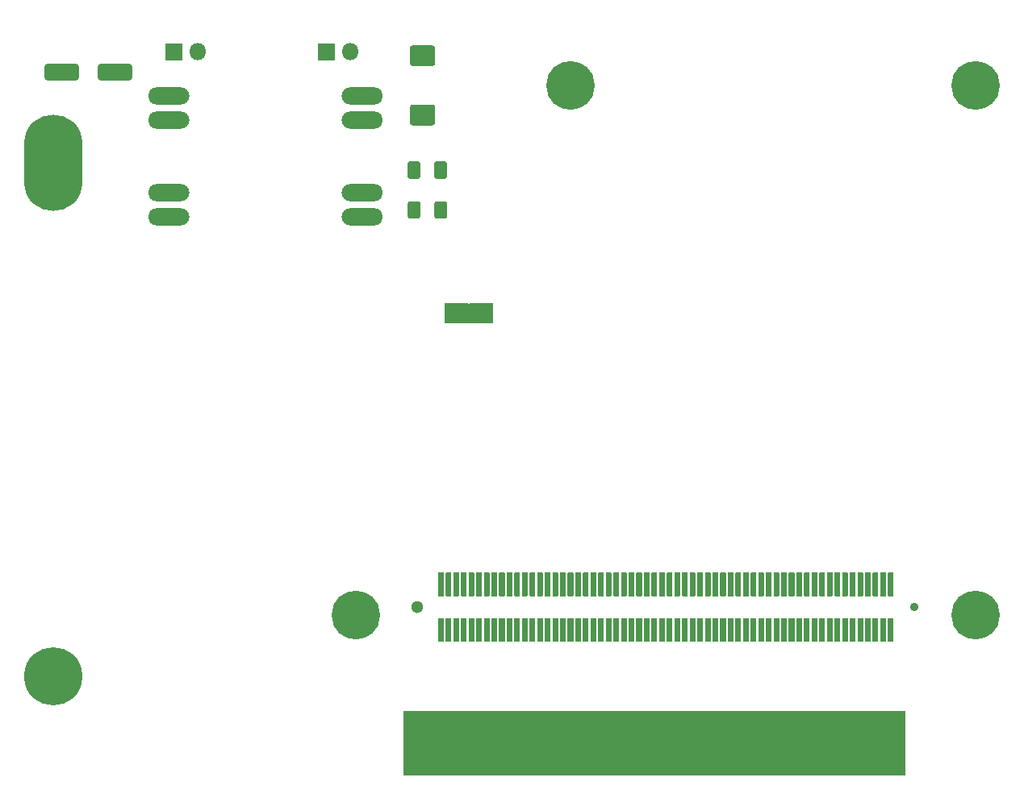
<source format=gts>
%TF.GenerationSoftware,KiCad,Pcbnew,(5.1.9)-1*%
%TF.CreationDate,2021-07-12T14:13:14+08:00*%
%TF.ProjectId,V1,56312e6b-6963-4616-945f-706362585858,rev?*%
%TF.SameCoordinates,Original*%
%TF.FileFunction,Soldermask,Top*%
%TF.FilePolarity,Negative*%
%FSLAX46Y46*%
G04 Gerber Fmt 4.6, Leading zero omitted, Abs format (unit mm)*
G04 Created by KiCad (PCBNEW (5.1.9)-1) date 2021-07-12 14:13:14*
%MOMM*%
%LPD*%
G01*
G04 APERTURE LIST*
%ADD10C,0.100000*%
%ADD11O,6.100000X10.100000*%
%ADD12C,6.100000*%
%ADD13C,5.100000*%
%ADD14C,1.300000*%
%ADD15C,0.900000*%
%ADD16O,1.800000X1.800000*%
%ADD17C,1.800000*%
%ADD18O,4.340000X1.800000*%
G04 APERTURE END LIST*
D10*
G36*
X184800000Y-135000000D02*
G01*
X132250000Y-135000000D01*
X132250000Y-128350000D01*
X184800000Y-128350000D01*
X184800000Y-135000000D01*
G37*
X184800000Y-135000000D02*
X132250000Y-135000000D01*
X132250000Y-128350000D01*
X184800000Y-128350000D01*
X184800000Y-135000000D01*
G36*
X139480000Y-87530000D02*
G01*
X138680000Y-87530000D01*
X138680000Y-85530000D01*
X139480000Y-85530000D01*
X139480000Y-87530000D01*
G37*
X139480000Y-87530000D02*
X138680000Y-87530000D01*
X138680000Y-85530000D01*
X139480000Y-85530000D01*
X139480000Y-87530000D01*
G36*
G01*
X147250000Y-132700000D02*
X147250000Y-128400000D01*
G75*
G02*
X147300000Y-128350000I50000J0D01*
G01*
X148000000Y-128350000D01*
G75*
G02*
X148050000Y-128400000I0J-50000D01*
G01*
X148050000Y-132700000D01*
G75*
G02*
X148000000Y-132750000I-50000J0D01*
G01*
X147300000Y-132750000D01*
G75*
G02*
X147250000Y-132700000I0J50000D01*
G01*
G37*
G36*
G01*
X146250000Y-132700000D02*
X146250000Y-128400000D01*
G75*
G02*
X146300000Y-128350000I50000J0D01*
G01*
X147000000Y-128350000D01*
G75*
G02*
X147050000Y-128400000I0J-50000D01*
G01*
X147050000Y-132700000D01*
G75*
G02*
X147000000Y-132750000I-50000J0D01*
G01*
X146300000Y-132750000D01*
G75*
G02*
X146250000Y-132700000I0J50000D01*
G01*
G37*
G36*
G01*
X152250000Y-132700000D02*
X152250000Y-128400000D01*
G75*
G02*
X152300000Y-128350000I50000J0D01*
G01*
X153000000Y-128350000D01*
G75*
G02*
X153050000Y-128400000I0J-50000D01*
G01*
X153050000Y-132700000D01*
G75*
G02*
X153000000Y-132750000I-50000J0D01*
G01*
X152300000Y-132750000D01*
G75*
G02*
X152250000Y-132700000I0J50000D01*
G01*
G37*
G36*
G01*
X151250000Y-132700000D02*
X151250000Y-128400000D01*
G75*
G02*
X151300000Y-128350000I50000J0D01*
G01*
X152000000Y-128350000D01*
G75*
G02*
X152050000Y-128400000I0J-50000D01*
G01*
X152050000Y-132700000D01*
G75*
G02*
X152000000Y-132750000I-50000J0D01*
G01*
X151300000Y-132750000D01*
G75*
G02*
X151250000Y-132700000I0J50000D01*
G01*
G37*
G36*
G01*
X150250000Y-132700000D02*
X150250000Y-128400000D01*
G75*
G02*
X150300000Y-128350000I50000J0D01*
G01*
X151000000Y-128350000D01*
G75*
G02*
X151050000Y-128400000I0J-50000D01*
G01*
X151050000Y-132700000D01*
G75*
G02*
X151000000Y-132750000I-50000J0D01*
G01*
X150300000Y-132750000D01*
G75*
G02*
X150250000Y-132700000I0J50000D01*
G01*
G37*
G36*
G01*
X149250000Y-132700000D02*
X149250000Y-128400000D01*
G75*
G02*
X149300000Y-128350000I50000J0D01*
G01*
X150000000Y-128350000D01*
G75*
G02*
X150050000Y-128400000I0J-50000D01*
G01*
X150050000Y-132700000D01*
G75*
G02*
X150000000Y-132750000I-50000J0D01*
G01*
X149300000Y-132750000D01*
G75*
G02*
X149250000Y-132700000I0J50000D01*
G01*
G37*
G36*
G01*
X148250000Y-132700000D02*
X148250000Y-128400000D01*
G75*
G02*
X148300000Y-128350000I50000J0D01*
G01*
X149000000Y-128350000D01*
G75*
G02*
X149050000Y-128400000I0J-50000D01*
G01*
X149050000Y-132700000D01*
G75*
G02*
X149000000Y-132750000I-50000J0D01*
G01*
X148300000Y-132750000D01*
G75*
G02*
X148250000Y-132700000I0J50000D01*
G01*
G37*
G36*
G01*
X143250000Y-132700000D02*
X143250000Y-128400000D01*
G75*
G02*
X143300000Y-128350000I50000J0D01*
G01*
X144000000Y-128350000D01*
G75*
G02*
X144050000Y-128400000I0J-50000D01*
G01*
X144050000Y-132700000D01*
G75*
G02*
X144000000Y-132750000I-50000J0D01*
G01*
X143300000Y-132750000D01*
G75*
G02*
X143250000Y-132700000I0J50000D01*
G01*
G37*
G36*
G01*
X142250000Y-132700000D02*
X142250000Y-128400000D01*
G75*
G02*
X142300000Y-128350000I50000J0D01*
G01*
X143000000Y-128350000D01*
G75*
G02*
X143050000Y-128400000I0J-50000D01*
G01*
X143050000Y-132700000D01*
G75*
G02*
X143000000Y-132750000I-50000J0D01*
G01*
X142300000Y-132750000D01*
G75*
G02*
X142250000Y-132700000I0J50000D01*
G01*
G37*
G36*
G01*
X141250000Y-132700000D02*
X141250000Y-128400000D01*
G75*
G02*
X141300000Y-128350000I50000J0D01*
G01*
X142000000Y-128350000D01*
G75*
G02*
X142050000Y-128400000I0J-50000D01*
G01*
X142050000Y-132700000D01*
G75*
G02*
X142000000Y-132750000I-50000J0D01*
G01*
X141300000Y-132750000D01*
G75*
G02*
X141250000Y-132700000I0J50000D01*
G01*
G37*
G36*
G01*
X140250000Y-132700000D02*
X140250000Y-128400000D01*
G75*
G02*
X140300000Y-128350000I50000J0D01*
G01*
X141000000Y-128350000D01*
G75*
G02*
X141050000Y-128400000I0J-50000D01*
G01*
X141050000Y-132700000D01*
G75*
G02*
X141000000Y-132750000I-50000J0D01*
G01*
X140300000Y-132750000D01*
G75*
G02*
X140250000Y-132700000I0J50000D01*
G01*
G37*
G36*
G01*
X139250000Y-132700000D02*
X139250000Y-128400000D01*
G75*
G02*
X139300000Y-128350000I50000J0D01*
G01*
X140000000Y-128350000D01*
G75*
G02*
X140050000Y-128400000I0J-50000D01*
G01*
X140050000Y-132700000D01*
G75*
G02*
X140000000Y-132750000I-50000J0D01*
G01*
X139300000Y-132750000D01*
G75*
G02*
X139250000Y-132700000I0J50000D01*
G01*
G37*
G36*
G01*
X138250000Y-132700000D02*
X138250000Y-128400000D01*
G75*
G02*
X138300000Y-128350000I50000J0D01*
G01*
X139000000Y-128350000D01*
G75*
G02*
X139050000Y-128400000I0J-50000D01*
G01*
X139050000Y-132700000D01*
G75*
G02*
X139000000Y-132750000I-50000J0D01*
G01*
X138300000Y-132750000D01*
G75*
G02*
X138250000Y-132700000I0J50000D01*
G01*
G37*
G36*
G01*
X137250000Y-132700000D02*
X137250000Y-128400000D01*
G75*
G02*
X137300000Y-128350000I50000J0D01*
G01*
X138000000Y-128350000D01*
G75*
G02*
X138050000Y-128400000I0J-50000D01*
G01*
X138050000Y-132700000D01*
G75*
G02*
X138000000Y-132750000I-50000J0D01*
G01*
X137300000Y-132750000D01*
G75*
G02*
X137250000Y-132700000I0J50000D01*
G01*
G37*
G36*
G01*
X136250000Y-132700000D02*
X136250000Y-128400000D01*
G75*
G02*
X136300000Y-128350000I50000J0D01*
G01*
X137000000Y-128350000D01*
G75*
G02*
X137050000Y-128400000I0J-50000D01*
G01*
X137050000Y-132700000D01*
G75*
G02*
X137000000Y-132750000I-50000J0D01*
G01*
X136300000Y-132750000D01*
G75*
G02*
X136250000Y-132700000I0J50000D01*
G01*
G37*
G36*
G01*
X135250000Y-132700000D02*
X135250000Y-128400000D01*
G75*
G02*
X135300000Y-128350000I50000J0D01*
G01*
X136000000Y-128350000D01*
G75*
G02*
X136050000Y-128400000I0J-50000D01*
G01*
X136050000Y-132700000D01*
G75*
G02*
X136000000Y-132750000I-50000J0D01*
G01*
X135300000Y-132750000D01*
G75*
G02*
X135250000Y-132700000I0J50000D01*
G01*
G37*
G36*
G01*
X134250000Y-132700000D02*
X134250000Y-128400000D01*
G75*
G02*
X134300000Y-128350000I50000J0D01*
G01*
X135000000Y-128350000D01*
G75*
G02*
X135050000Y-128400000I0J-50000D01*
G01*
X135050000Y-132700000D01*
G75*
G02*
X135000000Y-132750000I-50000J0D01*
G01*
X134300000Y-132750000D01*
G75*
G02*
X134250000Y-132700000I0J50000D01*
G01*
G37*
G36*
G01*
X133250000Y-132700000D02*
X133250000Y-128400000D01*
G75*
G02*
X133300000Y-128350000I50000J0D01*
G01*
X134000000Y-128350000D01*
G75*
G02*
X134050000Y-128400000I0J-50000D01*
G01*
X134050000Y-132700000D01*
G75*
G02*
X134000000Y-132750000I-50000J0D01*
G01*
X133300000Y-132750000D01*
G75*
G02*
X133250000Y-132700000I0J50000D01*
G01*
G37*
G36*
G01*
X153250000Y-132700000D02*
X153250000Y-128400000D01*
G75*
G02*
X153300000Y-128350000I50000J0D01*
G01*
X154000000Y-128350000D01*
G75*
G02*
X154050000Y-128400000I0J-50000D01*
G01*
X154050000Y-132700000D01*
G75*
G02*
X154000000Y-132750000I-50000J0D01*
G01*
X153300000Y-132750000D01*
G75*
G02*
X153250000Y-132700000I0J50000D01*
G01*
G37*
G36*
G01*
X154250000Y-132700000D02*
X154250000Y-128400000D01*
G75*
G02*
X154300000Y-128350000I50000J0D01*
G01*
X155000000Y-128350000D01*
G75*
G02*
X155050000Y-128400000I0J-50000D01*
G01*
X155050000Y-132700000D01*
G75*
G02*
X155000000Y-132750000I-50000J0D01*
G01*
X154300000Y-132750000D01*
G75*
G02*
X154250000Y-132700000I0J50000D01*
G01*
G37*
G36*
G01*
X155250000Y-132700000D02*
X155250000Y-128400000D01*
G75*
G02*
X155300000Y-128350000I50000J0D01*
G01*
X156000000Y-128350000D01*
G75*
G02*
X156050000Y-128400000I0J-50000D01*
G01*
X156050000Y-132700000D01*
G75*
G02*
X156000000Y-132750000I-50000J0D01*
G01*
X155300000Y-132750000D01*
G75*
G02*
X155250000Y-132700000I0J50000D01*
G01*
G37*
G36*
G01*
X156250000Y-132700000D02*
X156250000Y-128400000D01*
G75*
G02*
X156300000Y-128350000I50000J0D01*
G01*
X157000000Y-128350000D01*
G75*
G02*
X157050000Y-128400000I0J-50000D01*
G01*
X157050000Y-132700000D01*
G75*
G02*
X157000000Y-132750000I-50000J0D01*
G01*
X156300000Y-132750000D01*
G75*
G02*
X156250000Y-132700000I0J50000D01*
G01*
G37*
G36*
G01*
X157250000Y-132700000D02*
X157250000Y-128400000D01*
G75*
G02*
X157300000Y-128350000I50000J0D01*
G01*
X158000000Y-128350000D01*
G75*
G02*
X158050000Y-128400000I0J-50000D01*
G01*
X158050000Y-132700000D01*
G75*
G02*
X158000000Y-132750000I-50000J0D01*
G01*
X157300000Y-132750000D01*
G75*
G02*
X157250000Y-132700000I0J50000D01*
G01*
G37*
G36*
G01*
X158250000Y-132700000D02*
X158250000Y-128400000D01*
G75*
G02*
X158300000Y-128350000I50000J0D01*
G01*
X159000000Y-128350000D01*
G75*
G02*
X159050000Y-128400000I0J-50000D01*
G01*
X159050000Y-132700000D01*
G75*
G02*
X159000000Y-132750000I-50000J0D01*
G01*
X158300000Y-132750000D01*
G75*
G02*
X158250000Y-132700000I0J50000D01*
G01*
G37*
G36*
G01*
X159250000Y-132700000D02*
X159250000Y-128400000D01*
G75*
G02*
X159300000Y-128350000I50000J0D01*
G01*
X160000000Y-128350000D01*
G75*
G02*
X160050000Y-128400000I0J-50000D01*
G01*
X160050000Y-132700000D01*
G75*
G02*
X160000000Y-132750000I-50000J0D01*
G01*
X159300000Y-132750000D01*
G75*
G02*
X159250000Y-132700000I0J50000D01*
G01*
G37*
G36*
G01*
X160250000Y-132700000D02*
X160250000Y-128400000D01*
G75*
G02*
X160300000Y-128350000I50000J0D01*
G01*
X161000000Y-128350000D01*
G75*
G02*
X161050000Y-128400000I0J-50000D01*
G01*
X161050000Y-132700000D01*
G75*
G02*
X161000000Y-132750000I-50000J0D01*
G01*
X160300000Y-132750000D01*
G75*
G02*
X160250000Y-132700000I0J50000D01*
G01*
G37*
G36*
G01*
X161250000Y-132700000D02*
X161250000Y-128400000D01*
G75*
G02*
X161300000Y-128350000I50000J0D01*
G01*
X162000000Y-128350000D01*
G75*
G02*
X162050000Y-128400000I0J-50000D01*
G01*
X162050000Y-132700000D01*
G75*
G02*
X162000000Y-132750000I-50000J0D01*
G01*
X161300000Y-132750000D01*
G75*
G02*
X161250000Y-132700000I0J50000D01*
G01*
G37*
G36*
G01*
X162250000Y-132700000D02*
X162250000Y-128400000D01*
G75*
G02*
X162300000Y-128350000I50000J0D01*
G01*
X163000000Y-128350000D01*
G75*
G02*
X163050000Y-128400000I0J-50000D01*
G01*
X163050000Y-132700000D01*
G75*
G02*
X163000000Y-132750000I-50000J0D01*
G01*
X162300000Y-132750000D01*
G75*
G02*
X162250000Y-132700000I0J50000D01*
G01*
G37*
G36*
G01*
X163250000Y-132700000D02*
X163250000Y-128400000D01*
G75*
G02*
X163300000Y-128350000I50000J0D01*
G01*
X164000000Y-128350000D01*
G75*
G02*
X164050000Y-128400000I0J-50000D01*
G01*
X164050000Y-132700000D01*
G75*
G02*
X164000000Y-132750000I-50000J0D01*
G01*
X163300000Y-132750000D01*
G75*
G02*
X163250000Y-132700000I0J50000D01*
G01*
G37*
G36*
G01*
X164250000Y-132700000D02*
X164250000Y-128400000D01*
G75*
G02*
X164300000Y-128350000I50000J0D01*
G01*
X165000000Y-128350000D01*
G75*
G02*
X165050000Y-128400000I0J-50000D01*
G01*
X165050000Y-132700000D01*
G75*
G02*
X165000000Y-132750000I-50000J0D01*
G01*
X164300000Y-132750000D01*
G75*
G02*
X164250000Y-132700000I0J50000D01*
G01*
G37*
G36*
G01*
X165250000Y-132700000D02*
X165250000Y-128400000D01*
G75*
G02*
X165300000Y-128350000I50000J0D01*
G01*
X166000000Y-128350000D01*
G75*
G02*
X166050000Y-128400000I0J-50000D01*
G01*
X166050000Y-132700000D01*
G75*
G02*
X166000000Y-132750000I-50000J0D01*
G01*
X165300000Y-132750000D01*
G75*
G02*
X165250000Y-132700000I0J50000D01*
G01*
G37*
G36*
G01*
X166250000Y-132700000D02*
X166250000Y-128400000D01*
G75*
G02*
X166300000Y-128350000I50000J0D01*
G01*
X167000000Y-128350000D01*
G75*
G02*
X167050000Y-128400000I0J-50000D01*
G01*
X167050000Y-132700000D01*
G75*
G02*
X167000000Y-132750000I-50000J0D01*
G01*
X166300000Y-132750000D01*
G75*
G02*
X166250000Y-132700000I0J50000D01*
G01*
G37*
G36*
G01*
X167250000Y-132700000D02*
X167250000Y-128400000D01*
G75*
G02*
X167300000Y-128350000I50000J0D01*
G01*
X168000000Y-128350000D01*
G75*
G02*
X168050000Y-128400000I0J-50000D01*
G01*
X168050000Y-132700000D01*
G75*
G02*
X168000000Y-132750000I-50000J0D01*
G01*
X167300000Y-132750000D01*
G75*
G02*
X167250000Y-132700000I0J50000D01*
G01*
G37*
G36*
G01*
X168250000Y-132700000D02*
X168250000Y-128400000D01*
G75*
G02*
X168300000Y-128350000I50000J0D01*
G01*
X169000000Y-128350000D01*
G75*
G02*
X169050000Y-128400000I0J-50000D01*
G01*
X169050000Y-132700000D01*
G75*
G02*
X169000000Y-132750000I-50000J0D01*
G01*
X168300000Y-132750000D01*
G75*
G02*
X168250000Y-132700000I0J50000D01*
G01*
G37*
G36*
G01*
X169250000Y-132700000D02*
X169250000Y-128400000D01*
G75*
G02*
X169300000Y-128350000I50000J0D01*
G01*
X170000000Y-128350000D01*
G75*
G02*
X170050000Y-128400000I0J-50000D01*
G01*
X170050000Y-132700000D01*
G75*
G02*
X170000000Y-132750000I-50000J0D01*
G01*
X169300000Y-132750000D01*
G75*
G02*
X169250000Y-132700000I0J50000D01*
G01*
G37*
G36*
G01*
X170250000Y-132700000D02*
X170250000Y-128400000D01*
G75*
G02*
X170300000Y-128350000I50000J0D01*
G01*
X171000000Y-128350000D01*
G75*
G02*
X171050000Y-128400000I0J-50000D01*
G01*
X171050000Y-132700000D01*
G75*
G02*
X171000000Y-132750000I-50000J0D01*
G01*
X170300000Y-132750000D01*
G75*
G02*
X170250000Y-132700000I0J50000D01*
G01*
G37*
G36*
G01*
X171250000Y-132700000D02*
X171250000Y-128400000D01*
G75*
G02*
X171300000Y-128350000I50000J0D01*
G01*
X172000000Y-128350000D01*
G75*
G02*
X172050000Y-128400000I0J-50000D01*
G01*
X172050000Y-132700000D01*
G75*
G02*
X172000000Y-132750000I-50000J0D01*
G01*
X171300000Y-132750000D01*
G75*
G02*
X171250000Y-132700000I0J50000D01*
G01*
G37*
G36*
G01*
X172250000Y-132700000D02*
X172250000Y-128400000D01*
G75*
G02*
X172300000Y-128350000I50000J0D01*
G01*
X173000000Y-128350000D01*
G75*
G02*
X173050000Y-128400000I0J-50000D01*
G01*
X173050000Y-132700000D01*
G75*
G02*
X173000000Y-132750000I-50000J0D01*
G01*
X172300000Y-132750000D01*
G75*
G02*
X172250000Y-132700000I0J50000D01*
G01*
G37*
G36*
G01*
X173250000Y-132700000D02*
X173250000Y-128400000D01*
G75*
G02*
X173300000Y-128350000I50000J0D01*
G01*
X174000000Y-128350000D01*
G75*
G02*
X174050000Y-128400000I0J-50000D01*
G01*
X174050000Y-132700000D01*
G75*
G02*
X174000000Y-132750000I-50000J0D01*
G01*
X173300000Y-132750000D01*
G75*
G02*
X173250000Y-132700000I0J50000D01*
G01*
G37*
G36*
G01*
X174250000Y-132700000D02*
X174250000Y-128400000D01*
G75*
G02*
X174300000Y-128350000I50000J0D01*
G01*
X175000000Y-128350000D01*
G75*
G02*
X175050000Y-128400000I0J-50000D01*
G01*
X175050000Y-132700000D01*
G75*
G02*
X175000000Y-132750000I-50000J0D01*
G01*
X174300000Y-132750000D01*
G75*
G02*
X174250000Y-132700000I0J50000D01*
G01*
G37*
G36*
G01*
X175250000Y-132700000D02*
X175250000Y-128400000D01*
G75*
G02*
X175300000Y-128350000I50000J0D01*
G01*
X176000000Y-128350000D01*
G75*
G02*
X176050000Y-128400000I0J-50000D01*
G01*
X176050000Y-132700000D01*
G75*
G02*
X176000000Y-132750000I-50000J0D01*
G01*
X175300000Y-132750000D01*
G75*
G02*
X175250000Y-132700000I0J50000D01*
G01*
G37*
G36*
G01*
X176250000Y-132700000D02*
X176250000Y-128400000D01*
G75*
G02*
X176300000Y-128350000I50000J0D01*
G01*
X177000000Y-128350000D01*
G75*
G02*
X177050000Y-128400000I0J-50000D01*
G01*
X177050000Y-132700000D01*
G75*
G02*
X177000000Y-132750000I-50000J0D01*
G01*
X176300000Y-132750000D01*
G75*
G02*
X176250000Y-132700000I0J50000D01*
G01*
G37*
G36*
G01*
X177250000Y-132700000D02*
X177250000Y-128400000D01*
G75*
G02*
X177300000Y-128350000I50000J0D01*
G01*
X178000000Y-128350000D01*
G75*
G02*
X178050000Y-128400000I0J-50000D01*
G01*
X178050000Y-132700000D01*
G75*
G02*
X178000000Y-132750000I-50000J0D01*
G01*
X177300000Y-132750000D01*
G75*
G02*
X177250000Y-132700000I0J50000D01*
G01*
G37*
G36*
G01*
X178250000Y-132700000D02*
X178250000Y-128400000D01*
G75*
G02*
X178300000Y-128350000I50000J0D01*
G01*
X179000000Y-128350000D01*
G75*
G02*
X179050000Y-128400000I0J-50000D01*
G01*
X179050000Y-132700000D01*
G75*
G02*
X179000000Y-132750000I-50000J0D01*
G01*
X178300000Y-132750000D01*
G75*
G02*
X178250000Y-132700000I0J50000D01*
G01*
G37*
G36*
G01*
X179250000Y-132700000D02*
X179250000Y-128400000D01*
G75*
G02*
X179300000Y-128350000I50000J0D01*
G01*
X180000000Y-128350000D01*
G75*
G02*
X180050000Y-128400000I0J-50000D01*
G01*
X180050000Y-132700000D01*
G75*
G02*
X180000000Y-132750000I-50000J0D01*
G01*
X179300000Y-132750000D01*
G75*
G02*
X179250000Y-132700000I0J50000D01*
G01*
G37*
G36*
G01*
X180250000Y-132700000D02*
X180250000Y-128400000D01*
G75*
G02*
X180300000Y-128350000I50000J0D01*
G01*
X181000000Y-128350000D01*
G75*
G02*
X181050000Y-128400000I0J-50000D01*
G01*
X181050000Y-132700000D01*
G75*
G02*
X181000000Y-132750000I-50000J0D01*
G01*
X180300000Y-132750000D01*
G75*
G02*
X180250000Y-132700000I0J50000D01*
G01*
G37*
G36*
G01*
X181250000Y-132700000D02*
X181250000Y-128400000D01*
G75*
G02*
X181300000Y-128350000I50000J0D01*
G01*
X182000000Y-128350000D01*
G75*
G02*
X182050000Y-128400000I0J-50000D01*
G01*
X182050000Y-132700000D01*
G75*
G02*
X182000000Y-132750000I-50000J0D01*
G01*
X181300000Y-132750000D01*
G75*
G02*
X181250000Y-132700000I0J50000D01*
G01*
G37*
G36*
G01*
X182250000Y-131600000D02*
X182250000Y-128400000D01*
G75*
G02*
X182300000Y-128350000I50000J0D01*
G01*
X183000000Y-128350000D01*
G75*
G02*
X183050000Y-128400000I0J-50000D01*
G01*
X183050000Y-131600000D01*
G75*
G02*
X183000000Y-131650000I-50000J0D01*
G01*
X182300000Y-131650000D01*
G75*
G02*
X182250000Y-131600000I0J50000D01*
G01*
G37*
G36*
G01*
X183250000Y-132700000D02*
X183250000Y-128400000D01*
G75*
G02*
X183300000Y-128350000I50000J0D01*
G01*
X184000000Y-128350000D01*
G75*
G02*
X184050000Y-128400000I0J-50000D01*
G01*
X184050000Y-132700000D01*
G75*
G02*
X184000000Y-132750000I-50000J0D01*
G01*
X183300000Y-132750000D01*
G75*
G02*
X183250000Y-132700000I0J50000D01*
G01*
G37*
D11*
X95500000Y-70739000D03*
D12*
X95500000Y-124650001D03*
G36*
G01*
X183050000Y-116220000D02*
X183050000Y-113820000D01*
G75*
G02*
X183100000Y-113770000I50000J0D01*
G01*
X183600000Y-113770000D01*
G75*
G02*
X183650000Y-113820000I0J-50000D01*
G01*
X183650000Y-116220000D01*
G75*
G02*
X183600000Y-116270000I-50000J0D01*
G01*
X183100000Y-116270000D01*
G75*
G02*
X183050000Y-116220000I0J50000D01*
G01*
G37*
G36*
G01*
X182250000Y-116220000D02*
X182250000Y-113820000D01*
G75*
G02*
X182300000Y-113770000I50000J0D01*
G01*
X182800000Y-113770000D01*
G75*
G02*
X182850000Y-113820000I0J-50000D01*
G01*
X182850000Y-116220000D01*
G75*
G02*
X182800000Y-116270000I-50000J0D01*
G01*
X182300000Y-116270000D01*
G75*
G02*
X182250000Y-116220000I0J50000D01*
G01*
G37*
G36*
G01*
X181450000Y-116220000D02*
X181450000Y-113820000D01*
G75*
G02*
X181500000Y-113770000I50000J0D01*
G01*
X182000000Y-113770000D01*
G75*
G02*
X182050000Y-113820000I0J-50000D01*
G01*
X182050000Y-116220000D01*
G75*
G02*
X182000000Y-116270000I-50000J0D01*
G01*
X181500000Y-116270000D01*
G75*
G02*
X181450000Y-116220000I0J50000D01*
G01*
G37*
G36*
G01*
X180650000Y-116220000D02*
X180650000Y-113820000D01*
G75*
G02*
X180700000Y-113770000I50000J0D01*
G01*
X181200000Y-113770000D01*
G75*
G02*
X181250000Y-113820000I0J-50000D01*
G01*
X181250000Y-116220000D01*
G75*
G02*
X181200000Y-116270000I-50000J0D01*
G01*
X180700000Y-116270000D01*
G75*
G02*
X180650000Y-116220000I0J50000D01*
G01*
G37*
G36*
G01*
X179850000Y-116220000D02*
X179850000Y-113820000D01*
G75*
G02*
X179900000Y-113770000I50000J0D01*
G01*
X180400000Y-113770000D01*
G75*
G02*
X180450000Y-113820000I0J-50000D01*
G01*
X180450000Y-116220000D01*
G75*
G02*
X180400000Y-116270000I-50000J0D01*
G01*
X179900000Y-116270000D01*
G75*
G02*
X179850000Y-116220000I0J50000D01*
G01*
G37*
G36*
G01*
X179050000Y-116220000D02*
X179050000Y-113820000D01*
G75*
G02*
X179100000Y-113770000I50000J0D01*
G01*
X179600000Y-113770000D01*
G75*
G02*
X179650000Y-113820000I0J-50000D01*
G01*
X179650000Y-116220000D01*
G75*
G02*
X179600000Y-116270000I-50000J0D01*
G01*
X179100000Y-116270000D01*
G75*
G02*
X179050000Y-116220000I0J50000D01*
G01*
G37*
G36*
G01*
X178250000Y-116220000D02*
X178250000Y-113820000D01*
G75*
G02*
X178300000Y-113770000I50000J0D01*
G01*
X178800000Y-113770000D01*
G75*
G02*
X178850000Y-113820000I0J-50000D01*
G01*
X178850000Y-116220000D01*
G75*
G02*
X178800000Y-116270000I-50000J0D01*
G01*
X178300000Y-116270000D01*
G75*
G02*
X178250000Y-116220000I0J50000D01*
G01*
G37*
G36*
G01*
X177450000Y-116220000D02*
X177450000Y-113820000D01*
G75*
G02*
X177500000Y-113770000I50000J0D01*
G01*
X178000000Y-113770000D01*
G75*
G02*
X178050000Y-113820000I0J-50000D01*
G01*
X178050000Y-116220000D01*
G75*
G02*
X178000000Y-116270000I-50000J0D01*
G01*
X177500000Y-116270000D01*
G75*
G02*
X177450000Y-116220000I0J50000D01*
G01*
G37*
G36*
G01*
X176650000Y-116220000D02*
X176650000Y-113820000D01*
G75*
G02*
X176700000Y-113770000I50000J0D01*
G01*
X177200000Y-113770000D01*
G75*
G02*
X177250000Y-113820000I0J-50000D01*
G01*
X177250000Y-116220000D01*
G75*
G02*
X177200000Y-116270000I-50000J0D01*
G01*
X176700000Y-116270000D01*
G75*
G02*
X176650000Y-116220000I0J50000D01*
G01*
G37*
G36*
G01*
X175850000Y-116220000D02*
X175850000Y-113820000D01*
G75*
G02*
X175900000Y-113770000I50000J0D01*
G01*
X176400000Y-113770000D01*
G75*
G02*
X176450000Y-113820000I0J-50000D01*
G01*
X176450000Y-116220000D01*
G75*
G02*
X176400000Y-116270000I-50000J0D01*
G01*
X175900000Y-116270000D01*
G75*
G02*
X175850000Y-116220000I0J50000D01*
G01*
G37*
G36*
G01*
X175050000Y-116220000D02*
X175050000Y-113820000D01*
G75*
G02*
X175100000Y-113770000I50000J0D01*
G01*
X175600000Y-113770000D01*
G75*
G02*
X175650000Y-113820000I0J-50000D01*
G01*
X175650000Y-116220000D01*
G75*
G02*
X175600000Y-116270000I-50000J0D01*
G01*
X175100000Y-116270000D01*
G75*
G02*
X175050000Y-116220000I0J50000D01*
G01*
G37*
G36*
G01*
X174250000Y-116220000D02*
X174250000Y-113820000D01*
G75*
G02*
X174300000Y-113770000I50000J0D01*
G01*
X174800000Y-113770000D01*
G75*
G02*
X174850000Y-113820000I0J-50000D01*
G01*
X174850000Y-116220000D01*
G75*
G02*
X174800000Y-116270000I-50000J0D01*
G01*
X174300000Y-116270000D01*
G75*
G02*
X174250000Y-116220000I0J50000D01*
G01*
G37*
G36*
G01*
X173450000Y-116220000D02*
X173450000Y-113820000D01*
G75*
G02*
X173500000Y-113770000I50000J0D01*
G01*
X174000000Y-113770000D01*
G75*
G02*
X174050000Y-113820000I0J-50000D01*
G01*
X174050000Y-116220000D01*
G75*
G02*
X174000000Y-116270000I-50000J0D01*
G01*
X173500000Y-116270000D01*
G75*
G02*
X173450000Y-116220000I0J50000D01*
G01*
G37*
G36*
G01*
X172650000Y-116220000D02*
X172650000Y-113820000D01*
G75*
G02*
X172700000Y-113770000I50000J0D01*
G01*
X173200000Y-113770000D01*
G75*
G02*
X173250000Y-113820000I0J-50000D01*
G01*
X173250000Y-116220000D01*
G75*
G02*
X173200000Y-116270000I-50000J0D01*
G01*
X172700000Y-116270000D01*
G75*
G02*
X172650000Y-116220000I0J50000D01*
G01*
G37*
G36*
G01*
X171850000Y-116220000D02*
X171850000Y-113820000D01*
G75*
G02*
X171900000Y-113770000I50000J0D01*
G01*
X172400000Y-113770000D01*
G75*
G02*
X172450000Y-113820000I0J-50000D01*
G01*
X172450000Y-116220000D01*
G75*
G02*
X172400000Y-116270000I-50000J0D01*
G01*
X171900000Y-116270000D01*
G75*
G02*
X171850000Y-116220000I0J50000D01*
G01*
G37*
G36*
G01*
X171050000Y-116220000D02*
X171050000Y-113820000D01*
G75*
G02*
X171100000Y-113770000I50000J0D01*
G01*
X171600000Y-113770000D01*
G75*
G02*
X171650000Y-113820000I0J-50000D01*
G01*
X171650000Y-116220000D01*
G75*
G02*
X171600000Y-116270000I-50000J0D01*
G01*
X171100000Y-116270000D01*
G75*
G02*
X171050000Y-116220000I0J50000D01*
G01*
G37*
G36*
G01*
X170250000Y-116220000D02*
X170250000Y-113820000D01*
G75*
G02*
X170300000Y-113770000I50000J0D01*
G01*
X170800000Y-113770000D01*
G75*
G02*
X170850000Y-113820000I0J-50000D01*
G01*
X170850000Y-116220000D01*
G75*
G02*
X170800000Y-116270000I-50000J0D01*
G01*
X170300000Y-116270000D01*
G75*
G02*
X170250000Y-116220000I0J50000D01*
G01*
G37*
G36*
G01*
X169450000Y-116220000D02*
X169450000Y-113820000D01*
G75*
G02*
X169500000Y-113770000I50000J0D01*
G01*
X170000000Y-113770000D01*
G75*
G02*
X170050000Y-113820000I0J-50000D01*
G01*
X170050000Y-116220000D01*
G75*
G02*
X170000000Y-116270000I-50000J0D01*
G01*
X169500000Y-116270000D01*
G75*
G02*
X169450000Y-116220000I0J50000D01*
G01*
G37*
G36*
G01*
X168650000Y-116220000D02*
X168650000Y-113820000D01*
G75*
G02*
X168700000Y-113770000I50000J0D01*
G01*
X169200000Y-113770000D01*
G75*
G02*
X169250000Y-113820000I0J-50000D01*
G01*
X169250000Y-116220000D01*
G75*
G02*
X169200000Y-116270000I-50000J0D01*
G01*
X168700000Y-116270000D01*
G75*
G02*
X168650000Y-116220000I0J50000D01*
G01*
G37*
G36*
G01*
X167850000Y-116220000D02*
X167850000Y-113820000D01*
G75*
G02*
X167900000Y-113770000I50000J0D01*
G01*
X168400000Y-113770000D01*
G75*
G02*
X168450000Y-113820000I0J-50000D01*
G01*
X168450000Y-116220000D01*
G75*
G02*
X168400000Y-116270000I-50000J0D01*
G01*
X167900000Y-116270000D01*
G75*
G02*
X167850000Y-116220000I0J50000D01*
G01*
G37*
G36*
G01*
X167050000Y-116220000D02*
X167050000Y-113820000D01*
G75*
G02*
X167100000Y-113770000I50000J0D01*
G01*
X167600000Y-113770000D01*
G75*
G02*
X167650000Y-113820000I0J-50000D01*
G01*
X167650000Y-116220000D01*
G75*
G02*
X167600000Y-116270000I-50000J0D01*
G01*
X167100000Y-116270000D01*
G75*
G02*
X167050000Y-116220000I0J50000D01*
G01*
G37*
G36*
G01*
X166250000Y-116220000D02*
X166250000Y-113820000D01*
G75*
G02*
X166300000Y-113770000I50000J0D01*
G01*
X166800000Y-113770000D01*
G75*
G02*
X166850000Y-113820000I0J-50000D01*
G01*
X166850000Y-116220000D01*
G75*
G02*
X166800000Y-116270000I-50000J0D01*
G01*
X166300000Y-116270000D01*
G75*
G02*
X166250000Y-116220000I0J50000D01*
G01*
G37*
G36*
G01*
X165450000Y-116220000D02*
X165450000Y-113820000D01*
G75*
G02*
X165500000Y-113770000I50000J0D01*
G01*
X166000000Y-113770000D01*
G75*
G02*
X166050000Y-113820000I0J-50000D01*
G01*
X166050000Y-116220000D01*
G75*
G02*
X166000000Y-116270000I-50000J0D01*
G01*
X165500000Y-116270000D01*
G75*
G02*
X165450000Y-116220000I0J50000D01*
G01*
G37*
G36*
G01*
X164650000Y-116220000D02*
X164650000Y-113820000D01*
G75*
G02*
X164700000Y-113770000I50000J0D01*
G01*
X165200000Y-113770000D01*
G75*
G02*
X165250000Y-113820000I0J-50000D01*
G01*
X165250000Y-116220000D01*
G75*
G02*
X165200000Y-116270000I-50000J0D01*
G01*
X164700000Y-116270000D01*
G75*
G02*
X164650000Y-116220000I0J50000D01*
G01*
G37*
G36*
G01*
X163850000Y-116220000D02*
X163850000Y-113820000D01*
G75*
G02*
X163900000Y-113770000I50000J0D01*
G01*
X164400000Y-113770000D01*
G75*
G02*
X164450000Y-113820000I0J-50000D01*
G01*
X164450000Y-116220000D01*
G75*
G02*
X164400000Y-116270000I-50000J0D01*
G01*
X163900000Y-116270000D01*
G75*
G02*
X163850000Y-116220000I0J50000D01*
G01*
G37*
G36*
G01*
X163050000Y-116220000D02*
X163050000Y-113820000D01*
G75*
G02*
X163100000Y-113770000I50000J0D01*
G01*
X163600000Y-113770000D01*
G75*
G02*
X163650000Y-113820000I0J-50000D01*
G01*
X163650000Y-116220000D01*
G75*
G02*
X163600000Y-116270000I-50000J0D01*
G01*
X163100000Y-116270000D01*
G75*
G02*
X163050000Y-116220000I0J50000D01*
G01*
G37*
G36*
G01*
X162250000Y-116220000D02*
X162250000Y-113820000D01*
G75*
G02*
X162300000Y-113770000I50000J0D01*
G01*
X162800000Y-113770000D01*
G75*
G02*
X162850000Y-113820000I0J-50000D01*
G01*
X162850000Y-116220000D01*
G75*
G02*
X162800000Y-116270000I-50000J0D01*
G01*
X162300000Y-116270000D01*
G75*
G02*
X162250000Y-116220000I0J50000D01*
G01*
G37*
G36*
G01*
X161450000Y-116220000D02*
X161450000Y-113820000D01*
G75*
G02*
X161500000Y-113770000I50000J0D01*
G01*
X162000000Y-113770000D01*
G75*
G02*
X162050000Y-113820000I0J-50000D01*
G01*
X162050000Y-116220000D01*
G75*
G02*
X162000000Y-116270000I-50000J0D01*
G01*
X161500000Y-116270000D01*
G75*
G02*
X161450000Y-116220000I0J50000D01*
G01*
G37*
G36*
G01*
X160650000Y-116220000D02*
X160650000Y-113820000D01*
G75*
G02*
X160700000Y-113770000I50000J0D01*
G01*
X161200000Y-113770000D01*
G75*
G02*
X161250000Y-113820000I0J-50000D01*
G01*
X161250000Y-116220000D01*
G75*
G02*
X161200000Y-116270000I-50000J0D01*
G01*
X160700000Y-116270000D01*
G75*
G02*
X160650000Y-116220000I0J50000D01*
G01*
G37*
G36*
G01*
X159850000Y-116220000D02*
X159850000Y-113820000D01*
G75*
G02*
X159900000Y-113770000I50000J0D01*
G01*
X160400000Y-113770000D01*
G75*
G02*
X160450000Y-113820000I0J-50000D01*
G01*
X160450000Y-116220000D01*
G75*
G02*
X160400000Y-116270000I-50000J0D01*
G01*
X159900000Y-116270000D01*
G75*
G02*
X159850000Y-116220000I0J50000D01*
G01*
G37*
G36*
G01*
X159050000Y-116220000D02*
X159050000Y-113820000D01*
G75*
G02*
X159100000Y-113770000I50000J0D01*
G01*
X159600000Y-113770000D01*
G75*
G02*
X159650000Y-113820000I0J-50000D01*
G01*
X159650000Y-116220000D01*
G75*
G02*
X159600000Y-116270000I-50000J0D01*
G01*
X159100000Y-116270000D01*
G75*
G02*
X159050000Y-116220000I0J50000D01*
G01*
G37*
G36*
G01*
X158250000Y-116220000D02*
X158250000Y-113820000D01*
G75*
G02*
X158300000Y-113770000I50000J0D01*
G01*
X158800000Y-113770000D01*
G75*
G02*
X158850000Y-113820000I0J-50000D01*
G01*
X158850000Y-116220000D01*
G75*
G02*
X158800000Y-116270000I-50000J0D01*
G01*
X158300000Y-116270000D01*
G75*
G02*
X158250000Y-116220000I0J50000D01*
G01*
G37*
G36*
G01*
X157450000Y-116220000D02*
X157450000Y-113820000D01*
G75*
G02*
X157500000Y-113770000I50000J0D01*
G01*
X158000000Y-113770000D01*
G75*
G02*
X158050000Y-113820000I0J-50000D01*
G01*
X158050000Y-116220000D01*
G75*
G02*
X158000000Y-116270000I-50000J0D01*
G01*
X157500000Y-116270000D01*
G75*
G02*
X157450000Y-116220000I0J50000D01*
G01*
G37*
G36*
G01*
X156650000Y-116220000D02*
X156650000Y-113820000D01*
G75*
G02*
X156700000Y-113770000I50000J0D01*
G01*
X157200000Y-113770000D01*
G75*
G02*
X157250000Y-113820000I0J-50000D01*
G01*
X157250000Y-116220000D01*
G75*
G02*
X157200000Y-116270000I-50000J0D01*
G01*
X156700000Y-116270000D01*
G75*
G02*
X156650000Y-116220000I0J50000D01*
G01*
G37*
G36*
G01*
X155850000Y-116220000D02*
X155850000Y-113820000D01*
G75*
G02*
X155900000Y-113770000I50000J0D01*
G01*
X156400000Y-113770000D01*
G75*
G02*
X156450000Y-113820000I0J-50000D01*
G01*
X156450000Y-116220000D01*
G75*
G02*
X156400000Y-116270000I-50000J0D01*
G01*
X155900000Y-116270000D01*
G75*
G02*
X155850000Y-116220000I0J50000D01*
G01*
G37*
G36*
G01*
X155050000Y-116220000D02*
X155050000Y-113820000D01*
G75*
G02*
X155100000Y-113770000I50000J0D01*
G01*
X155600000Y-113770000D01*
G75*
G02*
X155650000Y-113820000I0J-50000D01*
G01*
X155650000Y-116220000D01*
G75*
G02*
X155600000Y-116270000I-50000J0D01*
G01*
X155100000Y-116270000D01*
G75*
G02*
X155050000Y-116220000I0J50000D01*
G01*
G37*
G36*
G01*
X154250000Y-116220000D02*
X154250000Y-113820000D01*
G75*
G02*
X154300000Y-113770000I50000J0D01*
G01*
X154800000Y-113770000D01*
G75*
G02*
X154850000Y-113820000I0J-50000D01*
G01*
X154850000Y-116220000D01*
G75*
G02*
X154800000Y-116270000I-50000J0D01*
G01*
X154300000Y-116270000D01*
G75*
G02*
X154250000Y-116220000I0J50000D01*
G01*
G37*
G36*
G01*
X153450000Y-116220000D02*
X153450000Y-113820000D01*
G75*
G02*
X153500000Y-113770000I50000J0D01*
G01*
X154000000Y-113770000D01*
G75*
G02*
X154050000Y-113820000I0J-50000D01*
G01*
X154050000Y-116220000D01*
G75*
G02*
X154000000Y-116270000I-50000J0D01*
G01*
X153500000Y-116270000D01*
G75*
G02*
X153450000Y-116220000I0J50000D01*
G01*
G37*
G36*
G01*
X152650000Y-116220000D02*
X152650000Y-113820000D01*
G75*
G02*
X152700000Y-113770000I50000J0D01*
G01*
X153200000Y-113770000D01*
G75*
G02*
X153250000Y-113820000I0J-50000D01*
G01*
X153250000Y-116220000D01*
G75*
G02*
X153200000Y-116270000I-50000J0D01*
G01*
X152700000Y-116270000D01*
G75*
G02*
X152650000Y-116220000I0J50000D01*
G01*
G37*
G36*
G01*
X151850000Y-116220000D02*
X151850000Y-113820000D01*
G75*
G02*
X151900000Y-113770000I50000J0D01*
G01*
X152400000Y-113770000D01*
G75*
G02*
X152450000Y-113820000I0J-50000D01*
G01*
X152450000Y-116220000D01*
G75*
G02*
X152400000Y-116270000I-50000J0D01*
G01*
X151900000Y-116270000D01*
G75*
G02*
X151850000Y-116220000I0J50000D01*
G01*
G37*
G36*
G01*
X151050000Y-116220000D02*
X151050000Y-113820000D01*
G75*
G02*
X151100000Y-113770000I50000J0D01*
G01*
X151600000Y-113770000D01*
G75*
G02*
X151650000Y-113820000I0J-50000D01*
G01*
X151650000Y-116220000D01*
G75*
G02*
X151600000Y-116270000I-50000J0D01*
G01*
X151100000Y-116270000D01*
G75*
G02*
X151050000Y-116220000I0J50000D01*
G01*
G37*
G36*
G01*
X150250000Y-116220000D02*
X150250000Y-113820000D01*
G75*
G02*
X150300000Y-113770000I50000J0D01*
G01*
X150800000Y-113770000D01*
G75*
G02*
X150850000Y-113820000I0J-50000D01*
G01*
X150850000Y-116220000D01*
G75*
G02*
X150800000Y-116270000I-50000J0D01*
G01*
X150300000Y-116270000D01*
G75*
G02*
X150250000Y-116220000I0J50000D01*
G01*
G37*
G36*
G01*
X149450000Y-116220000D02*
X149450000Y-113820000D01*
G75*
G02*
X149500000Y-113770000I50000J0D01*
G01*
X150000000Y-113770000D01*
G75*
G02*
X150050000Y-113820000I0J-50000D01*
G01*
X150050000Y-116220000D01*
G75*
G02*
X150000000Y-116270000I-50000J0D01*
G01*
X149500000Y-116270000D01*
G75*
G02*
X149450000Y-116220000I0J50000D01*
G01*
G37*
G36*
G01*
X148650000Y-116220000D02*
X148650000Y-113820000D01*
G75*
G02*
X148700000Y-113770000I50000J0D01*
G01*
X149200000Y-113770000D01*
G75*
G02*
X149250000Y-113820000I0J-50000D01*
G01*
X149250000Y-116220000D01*
G75*
G02*
X149200000Y-116270000I-50000J0D01*
G01*
X148700000Y-116270000D01*
G75*
G02*
X148650000Y-116220000I0J50000D01*
G01*
G37*
G36*
G01*
X147850000Y-116220000D02*
X147850000Y-113820000D01*
G75*
G02*
X147900000Y-113770000I50000J0D01*
G01*
X148400000Y-113770000D01*
G75*
G02*
X148450000Y-113820000I0J-50000D01*
G01*
X148450000Y-116220000D01*
G75*
G02*
X148400000Y-116270000I-50000J0D01*
G01*
X147900000Y-116270000D01*
G75*
G02*
X147850000Y-116220000I0J50000D01*
G01*
G37*
G36*
G01*
X147050000Y-116220000D02*
X147050000Y-113820000D01*
G75*
G02*
X147100000Y-113770000I50000J0D01*
G01*
X147600000Y-113770000D01*
G75*
G02*
X147650000Y-113820000I0J-50000D01*
G01*
X147650000Y-116220000D01*
G75*
G02*
X147600000Y-116270000I-50000J0D01*
G01*
X147100000Y-116270000D01*
G75*
G02*
X147050000Y-116220000I0J50000D01*
G01*
G37*
G36*
G01*
X146250000Y-116220000D02*
X146250000Y-113820000D01*
G75*
G02*
X146300000Y-113770000I50000J0D01*
G01*
X146800000Y-113770000D01*
G75*
G02*
X146850000Y-113820000I0J-50000D01*
G01*
X146850000Y-116220000D01*
G75*
G02*
X146800000Y-116270000I-50000J0D01*
G01*
X146300000Y-116270000D01*
G75*
G02*
X146250000Y-116220000I0J50000D01*
G01*
G37*
G36*
G01*
X145450000Y-116220000D02*
X145450000Y-113820000D01*
G75*
G02*
X145500000Y-113770000I50000J0D01*
G01*
X146000000Y-113770000D01*
G75*
G02*
X146050000Y-113820000I0J-50000D01*
G01*
X146050000Y-116220000D01*
G75*
G02*
X146000000Y-116270000I-50000J0D01*
G01*
X145500000Y-116270000D01*
G75*
G02*
X145450000Y-116220000I0J50000D01*
G01*
G37*
G36*
G01*
X144650000Y-116220000D02*
X144650000Y-113820000D01*
G75*
G02*
X144700000Y-113770000I50000J0D01*
G01*
X145200000Y-113770000D01*
G75*
G02*
X145250000Y-113820000I0J-50000D01*
G01*
X145250000Y-116220000D01*
G75*
G02*
X145200000Y-116270000I-50000J0D01*
G01*
X144700000Y-116270000D01*
G75*
G02*
X144650000Y-116220000I0J50000D01*
G01*
G37*
G36*
G01*
X143850000Y-116220000D02*
X143850000Y-113820000D01*
G75*
G02*
X143900000Y-113770000I50000J0D01*
G01*
X144400000Y-113770000D01*
G75*
G02*
X144450000Y-113820000I0J-50000D01*
G01*
X144450000Y-116220000D01*
G75*
G02*
X144400000Y-116270000I-50000J0D01*
G01*
X143900000Y-116270000D01*
G75*
G02*
X143850000Y-116220000I0J50000D01*
G01*
G37*
G36*
G01*
X143050000Y-116220000D02*
X143050000Y-113820000D01*
G75*
G02*
X143100000Y-113770000I50000J0D01*
G01*
X143600000Y-113770000D01*
G75*
G02*
X143650000Y-113820000I0J-50000D01*
G01*
X143650000Y-116220000D01*
G75*
G02*
X143600000Y-116270000I-50000J0D01*
G01*
X143100000Y-116270000D01*
G75*
G02*
X143050000Y-116220000I0J50000D01*
G01*
G37*
G36*
G01*
X142250000Y-116220000D02*
X142250000Y-113820000D01*
G75*
G02*
X142300000Y-113770000I50000J0D01*
G01*
X142800000Y-113770000D01*
G75*
G02*
X142850000Y-113820000I0J-50000D01*
G01*
X142850000Y-116220000D01*
G75*
G02*
X142800000Y-116270000I-50000J0D01*
G01*
X142300000Y-116270000D01*
G75*
G02*
X142250000Y-116220000I0J50000D01*
G01*
G37*
G36*
G01*
X141450000Y-116220000D02*
X141450000Y-113820000D01*
G75*
G02*
X141500000Y-113770000I50000J0D01*
G01*
X142000000Y-113770000D01*
G75*
G02*
X142050000Y-113820000I0J-50000D01*
G01*
X142050000Y-116220000D01*
G75*
G02*
X142000000Y-116270000I-50000J0D01*
G01*
X141500000Y-116270000D01*
G75*
G02*
X141450000Y-116220000I0J50000D01*
G01*
G37*
G36*
G01*
X140650000Y-116220000D02*
X140650000Y-113820000D01*
G75*
G02*
X140700000Y-113770000I50000J0D01*
G01*
X141200000Y-113770000D01*
G75*
G02*
X141250000Y-113820000I0J-50000D01*
G01*
X141250000Y-116220000D01*
G75*
G02*
X141200000Y-116270000I-50000J0D01*
G01*
X140700000Y-116270000D01*
G75*
G02*
X140650000Y-116220000I0J50000D01*
G01*
G37*
G36*
G01*
X139850000Y-116220000D02*
X139850000Y-113820000D01*
G75*
G02*
X139900000Y-113770000I50000J0D01*
G01*
X140400000Y-113770000D01*
G75*
G02*
X140450000Y-113820000I0J-50000D01*
G01*
X140450000Y-116220000D01*
G75*
G02*
X140400000Y-116270000I-50000J0D01*
G01*
X139900000Y-116270000D01*
G75*
G02*
X139850000Y-116220000I0J50000D01*
G01*
G37*
G36*
G01*
X139050000Y-116220000D02*
X139050000Y-113820000D01*
G75*
G02*
X139100000Y-113770000I50000J0D01*
G01*
X139600000Y-113770000D01*
G75*
G02*
X139650000Y-113820000I0J-50000D01*
G01*
X139650000Y-116220000D01*
G75*
G02*
X139600000Y-116270000I-50000J0D01*
G01*
X139100000Y-116270000D01*
G75*
G02*
X139050000Y-116220000I0J50000D01*
G01*
G37*
G36*
G01*
X138250000Y-116220000D02*
X138250000Y-113820000D01*
G75*
G02*
X138300000Y-113770000I50000J0D01*
G01*
X138800000Y-113770000D01*
G75*
G02*
X138850000Y-113820000I0J-50000D01*
G01*
X138850000Y-116220000D01*
G75*
G02*
X138800000Y-116270000I-50000J0D01*
G01*
X138300000Y-116270000D01*
G75*
G02*
X138250000Y-116220000I0J50000D01*
G01*
G37*
G36*
G01*
X137450000Y-116220000D02*
X137450000Y-113820000D01*
G75*
G02*
X137500000Y-113770000I50000J0D01*
G01*
X138000000Y-113770000D01*
G75*
G02*
X138050000Y-113820000I0J-50000D01*
G01*
X138050000Y-116220000D01*
G75*
G02*
X138000000Y-116270000I-50000J0D01*
G01*
X137500000Y-116270000D01*
G75*
G02*
X137450000Y-116220000I0J50000D01*
G01*
G37*
G36*
G01*
X136650000Y-116220000D02*
X136650000Y-113820000D01*
G75*
G02*
X136700000Y-113770000I50000J0D01*
G01*
X137200000Y-113770000D01*
G75*
G02*
X137250000Y-113820000I0J-50000D01*
G01*
X137250000Y-116220000D01*
G75*
G02*
X137200000Y-116270000I-50000J0D01*
G01*
X136700000Y-116270000D01*
G75*
G02*
X136650000Y-116220000I0J50000D01*
G01*
G37*
G36*
G01*
X135850000Y-116220000D02*
X135850000Y-113820000D01*
G75*
G02*
X135900000Y-113770000I50000J0D01*
G01*
X136400000Y-113770000D01*
G75*
G02*
X136450000Y-113820000I0J-50000D01*
G01*
X136450000Y-116220000D01*
G75*
G02*
X136400000Y-116270000I-50000J0D01*
G01*
X135900000Y-116270000D01*
G75*
G02*
X135850000Y-116220000I0J50000D01*
G01*
G37*
G36*
G01*
X183050000Y-121020000D02*
X183050000Y-118620000D01*
G75*
G02*
X183100000Y-118570000I50000J0D01*
G01*
X183600000Y-118570000D01*
G75*
G02*
X183650000Y-118620000I0J-50000D01*
G01*
X183650000Y-121020000D01*
G75*
G02*
X183600000Y-121070000I-50000J0D01*
G01*
X183100000Y-121070000D01*
G75*
G02*
X183050000Y-121020000I0J50000D01*
G01*
G37*
G36*
G01*
X182250000Y-121020000D02*
X182250000Y-118620000D01*
G75*
G02*
X182300000Y-118570000I50000J0D01*
G01*
X182800000Y-118570000D01*
G75*
G02*
X182850000Y-118620000I0J-50000D01*
G01*
X182850000Y-121020000D01*
G75*
G02*
X182800000Y-121070000I-50000J0D01*
G01*
X182300000Y-121070000D01*
G75*
G02*
X182250000Y-121020000I0J50000D01*
G01*
G37*
G36*
G01*
X181450000Y-121020000D02*
X181450000Y-118620000D01*
G75*
G02*
X181500000Y-118570000I50000J0D01*
G01*
X182000000Y-118570000D01*
G75*
G02*
X182050000Y-118620000I0J-50000D01*
G01*
X182050000Y-121020000D01*
G75*
G02*
X182000000Y-121070000I-50000J0D01*
G01*
X181500000Y-121070000D01*
G75*
G02*
X181450000Y-121020000I0J50000D01*
G01*
G37*
G36*
G01*
X180650000Y-121020000D02*
X180650000Y-118620000D01*
G75*
G02*
X180700000Y-118570000I50000J0D01*
G01*
X181200000Y-118570000D01*
G75*
G02*
X181250000Y-118620000I0J-50000D01*
G01*
X181250000Y-121020000D01*
G75*
G02*
X181200000Y-121070000I-50000J0D01*
G01*
X180700000Y-121070000D01*
G75*
G02*
X180650000Y-121020000I0J50000D01*
G01*
G37*
G36*
G01*
X179850000Y-121020000D02*
X179850000Y-118620000D01*
G75*
G02*
X179900000Y-118570000I50000J0D01*
G01*
X180400000Y-118570000D01*
G75*
G02*
X180450000Y-118620000I0J-50000D01*
G01*
X180450000Y-121020000D01*
G75*
G02*
X180400000Y-121070000I-50000J0D01*
G01*
X179900000Y-121070000D01*
G75*
G02*
X179850000Y-121020000I0J50000D01*
G01*
G37*
G36*
G01*
X179050000Y-121020000D02*
X179050000Y-118620000D01*
G75*
G02*
X179100000Y-118570000I50000J0D01*
G01*
X179600000Y-118570000D01*
G75*
G02*
X179650000Y-118620000I0J-50000D01*
G01*
X179650000Y-121020000D01*
G75*
G02*
X179600000Y-121070000I-50000J0D01*
G01*
X179100000Y-121070000D01*
G75*
G02*
X179050000Y-121020000I0J50000D01*
G01*
G37*
G36*
G01*
X178250000Y-121020000D02*
X178250000Y-118620000D01*
G75*
G02*
X178300000Y-118570000I50000J0D01*
G01*
X178800000Y-118570000D01*
G75*
G02*
X178850000Y-118620000I0J-50000D01*
G01*
X178850000Y-121020000D01*
G75*
G02*
X178800000Y-121070000I-50000J0D01*
G01*
X178300000Y-121070000D01*
G75*
G02*
X178250000Y-121020000I0J50000D01*
G01*
G37*
G36*
G01*
X177450000Y-121020000D02*
X177450000Y-118620000D01*
G75*
G02*
X177500000Y-118570000I50000J0D01*
G01*
X178000000Y-118570000D01*
G75*
G02*
X178050000Y-118620000I0J-50000D01*
G01*
X178050000Y-121020000D01*
G75*
G02*
X178000000Y-121070000I-50000J0D01*
G01*
X177500000Y-121070000D01*
G75*
G02*
X177450000Y-121020000I0J50000D01*
G01*
G37*
G36*
G01*
X176650000Y-121020000D02*
X176650000Y-118620000D01*
G75*
G02*
X176700000Y-118570000I50000J0D01*
G01*
X177200000Y-118570000D01*
G75*
G02*
X177250000Y-118620000I0J-50000D01*
G01*
X177250000Y-121020000D01*
G75*
G02*
X177200000Y-121070000I-50000J0D01*
G01*
X176700000Y-121070000D01*
G75*
G02*
X176650000Y-121020000I0J50000D01*
G01*
G37*
G36*
G01*
X175850000Y-121020000D02*
X175850000Y-118620000D01*
G75*
G02*
X175900000Y-118570000I50000J0D01*
G01*
X176400000Y-118570000D01*
G75*
G02*
X176450000Y-118620000I0J-50000D01*
G01*
X176450000Y-121020000D01*
G75*
G02*
X176400000Y-121070000I-50000J0D01*
G01*
X175900000Y-121070000D01*
G75*
G02*
X175850000Y-121020000I0J50000D01*
G01*
G37*
G36*
G01*
X175050000Y-121020000D02*
X175050000Y-118620000D01*
G75*
G02*
X175100000Y-118570000I50000J0D01*
G01*
X175600000Y-118570000D01*
G75*
G02*
X175650000Y-118620000I0J-50000D01*
G01*
X175650000Y-121020000D01*
G75*
G02*
X175600000Y-121070000I-50000J0D01*
G01*
X175100000Y-121070000D01*
G75*
G02*
X175050000Y-121020000I0J50000D01*
G01*
G37*
G36*
G01*
X174250000Y-121020000D02*
X174250000Y-118620000D01*
G75*
G02*
X174300000Y-118570000I50000J0D01*
G01*
X174800000Y-118570000D01*
G75*
G02*
X174850000Y-118620000I0J-50000D01*
G01*
X174850000Y-121020000D01*
G75*
G02*
X174800000Y-121070000I-50000J0D01*
G01*
X174300000Y-121070000D01*
G75*
G02*
X174250000Y-121020000I0J50000D01*
G01*
G37*
G36*
G01*
X173450000Y-121020000D02*
X173450000Y-118620000D01*
G75*
G02*
X173500000Y-118570000I50000J0D01*
G01*
X174000000Y-118570000D01*
G75*
G02*
X174050000Y-118620000I0J-50000D01*
G01*
X174050000Y-121020000D01*
G75*
G02*
X174000000Y-121070000I-50000J0D01*
G01*
X173500000Y-121070000D01*
G75*
G02*
X173450000Y-121020000I0J50000D01*
G01*
G37*
G36*
G01*
X172650000Y-121020000D02*
X172650000Y-118620000D01*
G75*
G02*
X172700000Y-118570000I50000J0D01*
G01*
X173200000Y-118570000D01*
G75*
G02*
X173250000Y-118620000I0J-50000D01*
G01*
X173250000Y-121020000D01*
G75*
G02*
X173200000Y-121070000I-50000J0D01*
G01*
X172700000Y-121070000D01*
G75*
G02*
X172650000Y-121020000I0J50000D01*
G01*
G37*
G36*
G01*
X171850000Y-121020000D02*
X171850000Y-118620000D01*
G75*
G02*
X171900000Y-118570000I50000J0D01*
G01*
X172400000Y-118570000D01*
G75*
G02*
X172450000Y-118620000I0J-50000D01*
G01*
X172450000Y-121020000D01*
G75*
G02*
X172400000Y-121070000I-50000J0D01*
G01*
X171900000Y-121070000D01*
G75*
G02*
X171850000Y-121020000I0J50000D01*
G01*
G37*
G36*
G01*
X171050000Y-121020000D02*
X171050000Y-118620000D01*
G75*
G02*
X171100000Y-118570000I50000J0D01*
G01*
X171600000Y-118570000D01*
G75*
G02*
X171650000Y-118620000I0J-50000D01*
G01*
X171650000Y-121020000D01*
G75*
G02*
X171600000Y-121070000I-50000J0D01*
G01*
X171100000Y-121070000D01*
G75*
G02*
X171050000Y-121020000I0J50000D01*
G01*
G37*
G36*
G01*
X170250000Y-121020000D02*
X170250000Y-118620000D01*
G75*
G02*
X170300000Y-118570000I50000J0D01*
G01*
X170800000Y-118570000D01*
G75*
G02*
X170850000Y-118620000I0J-50000D01*
G01*
X170850000Y-121020000D01*
G75*
G02*
X170800000Y-121070000I-50000J0D01*
G01*
X170300000Y-121070000D01*
G75*
G02*
X170250000Y-121020000I0J50000D01*
G01*
G37*
G36*
G01*
X169450000Y-121020000D02*
X169450000Y-118620000D01*
G75*
G02*
X169500000Y-118570000I50000J0D01*
G01*
X170000000Y-118570000D01*
G75*
G02*
X170050000Y-118620000I0J-50000D01*
G01*
X170050000Y-121020000D01*
G75*
G02*
X170000000Y-121070000I-50000J0D01*
G01*
X169500000Y-121070000D01*
G75*
G02*
X169450000Y-121020000I0J50000D01*
G01*
G37*
G36*
G01*
X168650000Y-121020000D02*
X168650000Y-118620000D01*
G75*
G02*
X168700000Y-118570000I50000J0D01*
G01*
X169200000Y-118570000D01*
G75*
G02*
X169250000Y-118620000I0J-50000D01*
G01*
X169250000Y-121020000D01*
G75*
G02*
X169200000Y-121070000I-50000J0D01*
G01*
X168700000Y-121070000D01*
G75*
G02*
X168650000Y-121020000I0J50000D01*
G01*
G37*
G36*
G01*
X167850000Y-121020000D02*
X167850000Y-118620000D01*
G75*
G02*
X167900000Y-118570000I50000J0D01*
G01*
X168400000Y-118570000D01*
G75*
G02*
X168450000Y-118620000I0J-50000D01*
G01*
X168450000Y-121020000D01*
G75*
G02*
X168400000Y-121070000I-50000J0D01*
G01*
X167900000Y-121070000D01*
G75*
G02*
X167850000Y-121020000I0J50000D01*
G01*
G37*
G36*
G01*
X167050000Y-121020000D02*
X167050000Y-118620000D01*
G75*
G02*
X167100000Y-118570000I50000J0D01*
G01*
X167600000Y-118570000D01*
G75*
G02*
X167650000Y-118620000I0J-50000D01*
G01*
X167650000Y-121020000D01*
G75*
G02*
X167600000Y-121070000I-50000J0D01*
G01*
X167100000Y-121070000D01*
G75*
G02*
X167050000Y-121020000I0J50000D01*
G01*
G37*
G36*
G01*
X166250000Y-121020000D02*
X166250000Y-118620000D01*
G75*
G02*
X166300000Y-118570000I50000J0D01*
G01*
X166800000Y-118570000D01*
G75*
G02*
X166850000Y-118620000I0J-50000D01*
G01*
X166850000Y-121020000D01*
G75*
G02*
X166800000Y-121070000I-50000J0D01*
G01*
X166300000Y-121070000D01*
G75*
G02*
X166250000Y-121020000I0J50000D01*
G01*
G37*
G36*
G01*
X165450000Y-121020000D02*
X165450000Y-118620000D01*
G75*
G02*
X165500000Y-118570000I50000J0D01*
G01*
X166000000Y-118570000D01*
G75*
G02*
X166050000Y-118620000I0J-50000D01*
G01*
X166050000Y-121020000D01*
G75*
G02*
X166000000Y-121070000I-50000J0D01*
G01*
X165500000Y-121070000D01*
G75*
G02*
X165450000Y-121020000I0J50000D01*
G01*
G37*
G36*
G01*
X164650000Y-121020000D02*
X164650000Y-118620000D01*
G75*
G02*
X164700000Y-118570000I50000J0D01*
G01*
X165200000Y-118570000D01*
G75*
G02*
X165250000Y-118620000I0J-50000D01*
G01*
X165250000Y-121020000D01*
G75*
G02*
X165200000Y-121070000I-50000J0D01*
G01*
X164700000Y-121070000D01*
G75*
G02*
X164650000Y-121020000I0J50000D01*
G01*
G37*
G36*
G01*
X163850000Y-121020000D02*
X163850000Y-118620000D01*
G75*
G02*
X163900000Y-118570000I50000J0D01*
G01*
X164400000Y-118570000D01*
G75*
G02*
X164450000Y-118620000I0J-50000D01*
G01*
X164450000Y-121020000D01*
G75*
G02*
X164400000Y-121070000I-50000J0D01*
G01*
X163900000Y-121070000D01*
G75*
G02*
X163850000Y-121020000I0J50000D01*
G01*
G37*
G36*
G01*
X163050000Y-121020000D02*
X163050000Y-118620000D01*
G75*
G02*
X163100000Y-118570000I50000J0D01*
G01*
X163600000Y-118570000D01*
G75*
G02*
X163650000Y-118620000I0J-50000D01*
G01*
X163650000Y-121020000D01*
G75*
G02*
X163600000Y-121070000I-50000J0D01*
G01*
X163100000Y-121070000D01*
G75*
G02*
X163050000Y-121020000I0J50000D01*
G01*
G37*
G36*
G01*
X162250000Y-121020000D02*
X162250000Y-118620000D01*
G75*
G02*
X162300000Y-118570000I50000J0D01*
G01*
X162800000Y-118570000D01*
G75*
G02*
X162850000Y-118620000I0J-50000D01*
G01*
X162850000Y-121020000D01*
G75*
G02*
X162800000Y-121070000I-50000J0D01*
G01*
X162300000Y-121070000D01*
G75*
G02*
X162250000Y-121020000I0J50000D01*
G01*
G37*
G36*
G01*
X161450000Y-121020000D02*
X161450000Y-118620000D01*
G75*
G02*
X161500000Y-118570000I50000J0D01*
G01*
X162000000Y-118570000D01*
G75*
G02*
X162050000Y-118620000I0J-50000D01*
G01*
X162050000Y-121020000D01*
G75*
G02*
X162000000Y-121070000I-50000J0D01*
G01*
X161500000Y-121070000D01*
G75*
G02*
X161450000Y-121020000I0J50000D01*
G01*
G37*
G36*
G01*
X160650000Y-121020000D02*
X160650000Y-118620000D01*
G75*
G02*
X160700000Y-118570000I50000J0D01*
G01*
X161200000Y-118570000D01*
G75*
G02*
X161250000Y-118620000I0J-50000D01*
G01*
X161250000Y-121020000D01*
G75*
G02*
X161200000Y-121070000I-50000J0D01*
G01*
X160700000Y-121070000D01*
G75*
G02*
X160650000Y-121020000I0J50000D01*
G01*
G37*
G36*
G01*
X159850000Y-121020000D02*
X159850000Y-118620000D01*
G75*
G02*
X159900000Y-118570000I50000J0D01*
G01*
X160400000Y-118570000D01*
G75*
G02*
X160450000Y-118620000I0J-50000D01*
G01*
X160450000Y-121020000D01*
G75*
G02*
X160400000Y-121070000I-50000J0D01*
G01*
X159900000Y-121070000D01*
G75*
G02*
X159850000Y-121020000I0J50000D01*
G01*
G37*
G36*
G01*
X159050000Y-121020000D02*
X159050000Y-118620000D01*
G75*
G02*
X159100000Y-118570000I50000J0D01*
G01*
X159600000Y-118570000D01*
G75*
G02*
X159650000Y-118620000I0J-50000D01*
G01*
X159650000Y-121020000D01*
G75*
G02*
X159600000Y-121070000I-50000J0D01*
G01*
X159100000Y-121070000D01*
G75*
G02*
X159050000Y-121020000I0J50000D01*
G01*
G37*
G36*
G01*
X158250000Y-121020000D02*
X158250000Y-118620000D01*
G75*
G02*
X158300000Y-118570000I50000J0D01*
G01*
X158800000Y-118570000D01*
G75*
G02*
X158850000Y-118620000I0J-50000D01*
G01*
X158850000Y-121020000D01*
G75*
G02*
X158800000Y-121070000I-50000J0D01*
G01*
X158300000Y-121070000D01*
G75*
G02*
X158250000Y-121020000I0J50000D01*
G01*
G37*
G36*
G01*
X157450000Y-121020000D02*
X157450000Y-118620000D01*
G75*
G02*
X157500000Y-118570000I50000J0D01*
G01*
X158000000Y-118570000D01*
G75*
G02*
X158050000Y-118620000I0J-50000D01*
G01*
X158050000Y-121020000D01*
G75*
G02*
X158000000Y-121070000I-50000J0D01*
G01*
X157500000Y-121070000D01*
G75*
G02*
X157450000Y-121020000I0J50000D01*
G01*
G37*
G36*
G01*
X156650000Y-121020000D02*
X156650000Y-118620000D01*
G75*
G02*
X156700000Y-118570000I50000J0D01*
G01*
X157200000Y-118570000D01*
G75*
G02*
X157250000Y-118620000I0J-50000D01*
G01*
X157250000Y-121020000D01*
G75*
G02*
X157200000Y-121070000I-50000J0D01*
G01*
X156700000Y-121070000D01*
G75*
G02*
X156650000Y-121020000I0J50000D01*
G01*
G37*
G36*
G01*
X155850000Y-121020000D02*
X155850000Y-118620000D01*
G75*
G02*
X155900000Y-118570000I50000J0D01*
G01*
X156400000Y-118570000D01*
G75*
G02*
X156450000Y-118620000I0J-50000D01*
G01*
X156450000Y-121020000D01*
G75*
G02*
X156400000Y-121070000I-50000J0D01*
G01*
X155900000Y-121070000D01*
G75*
G02*
X155850000Y-121020000I0J50000D01*
G01*
G37*
G36*
G01*
X155050000Y-121020000D02*
X155050000Y-118620000D01*
G75*
G02*
X155100000Y-118570000I50000J0D01*
G01*
X155600000Y-118570000D01*
G75*
G02*
X155650000Y-118620000I0J-50000D01*
G01*
X155650000Y-121020000D01*
G75*
G02*
X155600000Y-121070000I-50000J0D01*
G01*
X155100000Y-121070000D01*
G75*
G02*
X155050000Y-121020000I0J50000D01*
G01*
G37*
G36*
G01*
X154250000Y-121020000D02*
X154250000Y-118620000D01*
G75*
G02*
X154300000Y-118570000I50000J0D01*
G01*
X154800000Y-118570000D01*
G75*
G02*
X154850000Y-118620000I0J-50000D01*
G01*
X154850000Y-121020000D01*
G75*
G02*
X154800000Y-121070000I-50000J0D01*
G01*
X154300000Y-121070000D01*
G75*
G02*
X154250000Y-121020000I0J50000D01*
G01*
G37*
G36*
G01*
X153450000Y-121020000D02*
X153450000Y-118620000D01*
G75*
G02*
X153500000Y-118570000I50000J0D01*
G01*
X154000000Y-118570000D01*
G75*
G02*
X154050000Y-118620000I0J-50000D01*
G01*
X154050000Y-121020000D01*
G75*
G02*
X154000000Y-121070000I-50000J0D01*
G01*
X153500000Y-121070000D01*
G75*
G02*
X153450000Y-121020000I0J50000D01*
G01*
G37*
G36*
G01*
X152650000Y-121020000D02*
X152650000Y-118620000D01*
G75*
G02*
X152700000Y-118570000I50000J0D01*
G01*
X153200000Y-118570000D01*
G75*
G02*
X153250000Y-118620000I0J-50000D01*
G01*
X153250000Y-121020000D01*
G75*
G02*
X153200000Y-121070000I-50000J0D01*
G01*
X152700000Y-121070000D01*
G75*
G02*
X152650000Y-121020000I0J50000D01*
G01*
G37*
G36*
G01*
X151850000Y-121020000D02*
X151850000Y-118620000D01*
G75*
G02*
X151900000Y-118570000I50000J0D01*
G01*
X152400000Y-118570000D01*
G75*
G02*
X152450000Y-118620000I0J-50000D01*
G01*
X152450000Y-121020000D01*
G75*
G02*
X152400000Y-121070000I-50000J0D01*
G01*
X151900000Y-121070000D01*
G75*
G02*
X151850000Y-121020000I0J50000D01*
G01*
G37*
G36*
G01*
X151050000Y-121020000D02*
X151050000Y-118620000D01*
G75*
G02*
X151100000Y-118570000I50000J0D01*
G01*
X151600000Y-118570000D01*
G75*
G02*
X151650000Y-118620000I0J-50000D01*
G01*
X151650000Y-121020000D01*
G75*
G02*
X151600000Y-121070000I-50000J0D01*
G01*
X151100000Y-121070000D01*
G75*
G02*
X151050000Y-121020000I0J50000D01*
G01*
G37*
G36*
G01*
X150250000Y-121020000D02*
X150250000Y-118620000D01*
G75*
G02*
X150300000Y-118570000I50000J0D01*
G01*
X150800000Y-118570000D01*
G75*
G02*
X150850000Y-118620000I0J-50000D01*
G01*
X150850000Y-121020000D01*
G75*
G02*
X150800000Y-121070000I-50000J0D01*
G01*
X150300000Y-121070000D01*
G75*
G02*
X150250000Y-121020000I0J50000D01*
G01*
G37*
G36*
G01*
X149450000Y-121020000D02*
X149450000Y-118620000D01*
G75*
G02*
X149500000Y-118570000I50000J0D01*
G01*
X150000000Y-118570000D01*
G75*
G02*
X150050000Y-118620000I0J-50000D01*
G01*
X150050000Y-121020000D01*
G75*
G02*
X150000000Y-121070000I-50000J0D01*
G01*
X149500000Y-121070000D01*
G75*
G02*
X149450000Y-121020000I0J50000D01*
G01*
G37*
G36*
G01*
X148650000Y-121020000D02*
X148650000Y-118620000D01*
G75*
G02*
X148700000Y-118570000I50000J0D01*
G01*
X149200000Y-118570000D01*
G75*
G02*
X149250000Y-118620000I0J-50000D01*
G01*
X149250000Y-121020000D01*
G75*
G02*
X149200000Y-121070000I-50000J0D01*
G01*
X148700000Y-121070000D01*
G75*
G02*
X148650000Y-121020000I0J50000D01*
G01*
G37*
G36*
G01*
X147850000Y-121020000D02*
X147850000Y-118620000D01*
G75*
G02*
X147900000Y-118570000I50000J0D01*
G01*
X148400000Y-118570000D01*
G75*
G02*
X148450000Y-118620000I0J-50000D01*
G01*
X148450000Y-121020000D01*
G75*
G02*
X148400000Y-121070000I-50000J0D01*
G01*
X147900000Y-121070000D01*
G75*
G02*
X147850000Y-121020000I0J50000D01*
G01*
G37*
G36*
G01*
X147050000Y-121020000D02*
X147050000Y-118620000D01*
G75*
G02*
X147100000Y-118570000I50000J0D01*
G01*
X147600000Y-118570000D01*
G75*
G02*
X147650000Y-118620000I0J-50000D01*
G01*
X147650000Y-121020000D01*
G75*
G02*
X147600000Y-121070000I-50000J0D01*
G01*
X147100000Y-121070000D01*
G75*
G02*
X147050000Y-121020000I0J50000D01*
G01*
G37*
G36*
G01*
X146250000Y-121020000D02*
X146250000Y-118620000D01*
G75*
G02*
X146300000Y-118570000I50000J0D01*
G01*
X146800000Y-118570000D01*
G75*
G02*
X146850000Y-118620000I0J-50000D01*
G01*
X146850000Y-121020000D01*
G75*
G02*
X146800000Y-121070000I-50000J0D01*
G01*
X146300000Y-121070000D01*
G75*
G02*
X146250000Y-121020000I0J50000D01*
G01*
G37*
G36*
G01*
X145450000Y-121020000D02*
X145450000Y-118620000D01*
G75*
G02*
X145500000Y-118570000I50000J0D01*
G01*
X146000000Y-118570000D01*
G75*
G02*
X146050000Y-118620000I0J-50000D01*
G01*
X146050000Y-121020000D01*
G75*
G02*
X146000000Y-121070000I-50000J0D01*
G01*
X145500000Y-121070000D01*
G75*
G02*
X145450000Y-121020000I0J50000D01*
G01*
G37*
G36*
G01*
X144650000Y-121020000D02*
X144650000Y-118620000D01*
G75*
G02*
X144700000Y-118570000I50000J0D01*
G01*
X145200000Y-118570000D01*
G75*
G02*
X145250000Y-118620000I0J-50000D01*
G01*
X145250000Y-121020000D01*
G75*
G02*
X145200000Y-121070000I-50000J0D01*
G01*
X144700000Y-121070000D01*
G75*
G02*
X144650000Y-121020000I0J50000D01*
G01*
G37*
G36*
G01*
X143850000Y-121020000D02*
X143850000Y-118620000D01*
G75*
G02*
X143900000Y-118570000I50000J0D01*
G01*
X144400000Y-118570000D01*
G75*
G02*
X144450000Y-118620000I0J-50000D01*
G01*
X144450000Y-121020000D01*
G75*
G02*
X144400000Y-121070000I-50000J0D01*
G01*
X143900000Y-121070000D01*
G75*
G02*
X143850000Y-121020000I0J50000D01*
G01*
G37*
G36*
G01*
X143050000Y-121020000D02*
X143050000Y-118620000D01*
G75*
G02*
X143100000Y-118570000I50000J0D01*
G01*
X143600000Y-118570000D01*
G75*
G02*
X143650000Y-118620000I0J-50000D01*
G01*
X143650000Y-121020000D01*
G75*
G02*
X143600000Y-121070000I-50000J0D01*
G01*
X143100000Y-121070000D01*
G75*
G02*
X143050000Y-121020000I0J50000D01*
G01*
G37*
G36*
G01*
X142250000Y-121020000D02*
X142250000Y-118620000D01*
G75*
G02*
X142300000Y-118570000I50000J0D01*
G01*
X142800000Y-118570000D01*
G75*
G02*
X142850000Y-118620000I0J-50000D01*
G01*
X142850000Y-121020000D01*
G75*
G02*
X142800000Y-121070000I-50000J0D01*
G01*
X142300000Y-121070000D01*
G75*
G02*
X142250000Y-121020000I0J50000D01*
G01*
G37*
G36*
G01*
X141450000Y-121020000D02*
X141450000Y-118620000D01*
G75*
G02*
X141500000Y-118570000I50000J0D01*
G01*
X142000000Y-118570000D01*
G75*
G02*
X142050000Y-118620000I0J-50000D01*
G01*
X142050000Y-121020000D01*
G75*
G02*
X142000000Y-121070000I-50000J0D01*
G01*
X141500000Y-121070000D01*
G75*
G02*
X141450000Y-121020000I0J50000D01*
G01*
G37*
G36*
G01*
X140650000Y-121020000D02*
X140650000Y-118620000D01*
G75*
G02*
X140700000Y-118570000I50000J0D01*
G01*
X141200000Y-118570000D01*
G75*
G02*
X141250000Y-118620000I0J-50000D01*
G01*
X141250000Y-121020000D01*
G75*
G02*
X141200000Y-121070000I-50000J0D01*
G01*
X140700000Y-121070000D01*
G75*
G02*
X140650000Y-121020000I0J50000D01*
G01*
G37*
G36*
G01*
X139850000Y-121020000D02*
X139850000Y-118620000D01*
G75*
G02*
X139900000Y-118570000I50000J0D01*
G01*
X140400000Y-118570000D01*
G75*
G02*
X140450000Y-118620000I0J-50000D01*
G01*
X140450000Y-121020000D01*
G75*
G02*
X140400000Y-121070000I-50000J0D01*
G01*
X139900000Y-121070000D01*
G75*
G02*
X139850000Y-121020000I0J50000D01*
G01*
G37*
G36*
G01*
X139050000Y-121020000D02*
X139050000Y-118620000D01*
G75*
G02*
X139100000Y-118570000I50000J0D01*
G01*
X139600000Y-118570000D01*
G75*
G02*
X139650000Y-118620000I0J-50000D01*
G01*
X139650000Y-121020000D01*
G75*
G02*
X139600000Y-121070000I-50000J0D01*
G01*
X139100000Y-121070000D01*
G75*
G02*
X139050000Y-121020000I0J50000D01*
G01*
G37*
G36*
G01*
X138250000Y-121020000D02*
X138250000Y-118620000D01*
G75*
G02*
X138300000Y-118570000I50000J0D01*
G01*
X138800000Y-118570000D01*
G75*
G02*
X138850000Y-118620000I0J-50000D01*
G01*
X138850000Y-121020000D01*
G75*
G02*
X138800000Y-121070000I-50000J0D01*
G01*
X138300000Y-121070000D01*
G75*
G02*
X138250000Y-121020000I0J50000D01*
G01*
G37*
G36*
G01*
X137450000Y-121020000D02*
X137450000Y-118620000D01*
G75*
G02*
X137500000Y-118570000I50000J0D01*
G01*
X138000000Y-118570000D01*
G75*
G02*
X138050000Y-118620000I0J-50000D01*
G01*
X138050000Y-121020000D01*
G75*
G02*
X138000000Y-121070000I-50000J0D01*
G01*
X137500000Y-121070000D01*
G75*
G02*
X137450000Y-121020000I0J50000D01*
G01*
G37*
G36*
G01*
X136650000Y-121020000D02*
X136650000Y-118620000D01*
G75*
G02*
X136700000Y-118570000I50000J0D01*
G01*
X137200000Y-118570000D01*
G75*
G02*
X137250000Y-118620000I0J-50000D01*
G01*
X137250000Y-121020000D01*
G75*
G02*
X137200000Y-121070000I-50000J0D01*
G01*
X136700000Y-121070000D01*
G75*
G02*
X136650000Y-121020000I0J50000D01*
G01*
G37*
D13*
X192250000Y-118220000D03*
X192250000Y-62620000D03*
X149750000Y-62620000D03*
G36*
G01*
X135850000Y-121020000D02*
X135850000Y-118620000D01*
G75*
G02*
X135900000Y-118570000I50000J0D01*
G01*
X136400000Y-118570000D01*
G75*
G02*
X136450000Y-118620000I0J-50000D01*
G01*
X136450000Y-121020000D01*
G75*
G02*
X136400000Y-121070000I-50000J0D01*
G01*
X135900000Y-121070000D01*
G75*
G02*
X135850000Y-121020000I0J50000D01*
G01*
G37*
D14*
X133650000Y-117420000D03*
D15*
X185850000Y-117420000D03*
D13*
X127250000Y-118220000D03*
G36*
G01*
X124980000Y-59980000D02*
X123280000Y-59980000D01*
G75*
G02*
X123230000Y-59930000I0J50000D01*
G01*
X123230000Y-58230000D01*
G75*
G02*
X123280000Y-58180000I50000J0D01*
G01*
X124980000Y-58180000D01*
G75*
G02*
X125030000Y-58230000I0J-50000D01*
G01*
X125030000Y-59930000D01*
G75*
G02*
X124980000Y-59980000I-50000J0D01*
G01*
G37*
D16*
X126670000Y-59080000D03*
G36*
G01*
X108980000Y-59980000D02*
X107280000Y-59980000D01*
G75*
G02*
X107230000Y-59930000I0J50000D01*
G01*
X107230000Y-58230000D01*
G75*
G02*
X107280000Y-58180000I50000J0D01*
G01*
X108980000Y-58180000D01*
G75*
G02*
X109030000Y-58230000I0J-50000D01*
G01*
X109030000Y-59930000D01*
G75*
G02*
X108980000Y-59980000I-50000J0D01*
G01*
G37*
X110670000Y-59080000D03*
G36*
G01*
X139155000Y-87530000D02*
X139155000Y-85530000D01*
G75*
G02*
X139205000Y-85480000I50000J0D01*
G01*
X141605000Y-85480000D01*
G75*
G02*
X141655000Y-85530000I0J-50000D01*
G01*
X141655000Y-87530000D01*
G75*
G02*
X141605000Y-87580000I-50000J0D01*
G01*
X139205000Y-87580000D01*
G75*
G02*
X139155000Y-87530000I0J50000D01*
G01*
G37*
G36*
G01*
X136505000Y-87530000D02*
X136505000Y-85530000D01*
G75*
G02*
X136555000Y-85480000I50000J0D01*
G01*
X138955000Y-85480000D01*
G75*
G02*
X139005000Y-85530000I0J-50000D01*
G01*
X139005000Y-87530000D01*
G75*
G02*
X138955000Y-87580000I-50000J0D01*
G01*
X136555000Y-87580000D01*
G75*
G02*
X136505000Y-87530000I0J50000D01*
G01*
G37*
D17*
X126598000Y-76454000D03*
D18*
X127868000Y-76454000D03*
X127868000Y-73914000D03*
D17*
X126598000Y-73914000D03*
D18*
X127868000Y-66294000D03*
D17*
X126598000Y-63754000D03*
X126598000Y-66294000D03*
D18*
X127868000Y-63754000D03*
X107548000Y-66294000D03*
D17*
X108818000Y-66294000D03*
D18*
X107548000Y-63754000D03*
D17*
X108818000Y-63754000D03*
D18*
X107548000Y-76454000D03*
D17*
X108818000Y-76454000D03*
D18*
X107548000Y-73914000D03*
D17*
X108818000Y-73914000D03*
G36*
G01*
X132654000Y-72156000D02*
X132654000Y-70846000D01*
G75*
G02*
X132924000Y-70576000I270000J0D01*
G01*
X133734000Y-70576000D01*
G75*
G02*
X134004000Y-70846000I0J-270000D01*
G01*
X134004000Y-72156000D01*
G75*
G02*
X133734000Y-72426000I-270000J0D01*
G01*
X132924000Y-72426000D01*
G75*
G02*
X132654000Y-72156000I0J270000D01*
G01*
G37*
G36*
G01*
X135454000Y-72156000D02*
X135454000Y-70846000D01*
G75*
G02*
X135724000Y-70576000I270000J0D01*
G01*
X136534000Y-70576000D01*
G75*
G02*
X136804000Y-70846000I0J-270000D01*
G01*
X136804000Y-72156000D01*
G75*
G02*
X136534000Y-72426000I-270000J0D01*
G01*
X135724000Y-72426000D01*
G75*
G02*
X135454000Y-72156000I0J270000D01*
G01*
G37*
G36*
G01*
X132654000Y-76347000D02*
X132654000Y-75037000D01*
G75*
G02*
X132924000Y-74767000I270000J0D01*
G01*
X133734000Y-74767000D01*
G75*
G02*
X134004000Y-75037000I0J-270000D01*
G01*
X134004000Y-76347000D01*
G75*
G02*
X133734000Y-76617000I-270000J0D01*
G01*
X132924000Y-76617000D01*
G75*
G02*
X132654000Y-76347000I0J270000D01*
G01*
G37*
G36*
G01*
X135454000Y-76347000D02*
X135454000Y-75037000D01*
G75*
G02*
X135724000Y-74767000I270000J0D01*
G01*
X136534000Y-74767000D01*
G75*
G02*
X136804000Y-75037000I0J-270000D01*
G01*
X136804000Y-76347000D01*
G75*
G02*
X136534000Y-76617000I-270000J0D01*
G01*
X135724000Y-76617000D01*
G75*
G02*
X135454000Y-76347000I0J270000D01*
G01*
G37*
G36*
G01*
X135280952Y-66811000D02*
X133155048Y-66811000D01*
G75*
G02*
X132893000Y-66548952I0J262048D01*
G01*
X132893000Y-64898048D01*
G75*
G02*
X133155048Y-64636000I262048J0D01*
G01*
X135280952Y-64636000D01*
G75*
G02*
X135543000Y-64898048I0J-262048D01*
G01*
X135543000Y-66548952D01*
G75*
G02*
X135280952Y-66811000I-262048J0D01*
G01*
G37*
G36*
G01*
X135280952Y-60586000D02*
X133155048Y-60586000D01*
G75*
G02*
X132893000Y-60323952I0J262048D01*
G01*
X132893000Y-58673048D01*
G75*
G02*
X133155048Y-58411000I262048J0D01*
G01*
X135280952Y-58411000D01*
G75*
G02*
X135543000Y-58673048I0J-262048D01*
G01*
X135543000Y-60323952D01*
G75*
G02*
X135280952Y-60586000I-262048J0D01*
G01*
G37*
G36*
G01*
X98166000Y-60629625D02*
X98166000Y-61798375D01*
G75*
G02*
X97900375Y-62064000I-265625J0D01*
G01*
X94831625Y-62064000D01*
G75*
G02*
X94566000Y-61798375I0J265625D01*
G01*
X94566000Y-60629625D01*
G75*
G02*
X94831625Y-60364000I265625J0D01*
G01*
X97900375Y-60364000D01*
G75*
G02*
X98166000Y-60629625I0J-265625D01*
G01*
G37*
G36*
G01*
X103766000Y-60629625D02*
X103766000Y-61798375D01*
G75*
G02*
X103500375Y-62064000I-265625J0D01*
G01*
X100431625Y-62064000D01*
G75*
G02*
X100166000Y-61798375I0J265625D01*
G01*
X100166000Y-60629625D01*
G75*
G02*
X100431625Y-60364000I265625J0D01*
G01*
X103500375Y-60364000D01*
G75*
G02*
X103766000Y-60629625I0J-265625D01*
G01*
G37*
M02*

</source>
